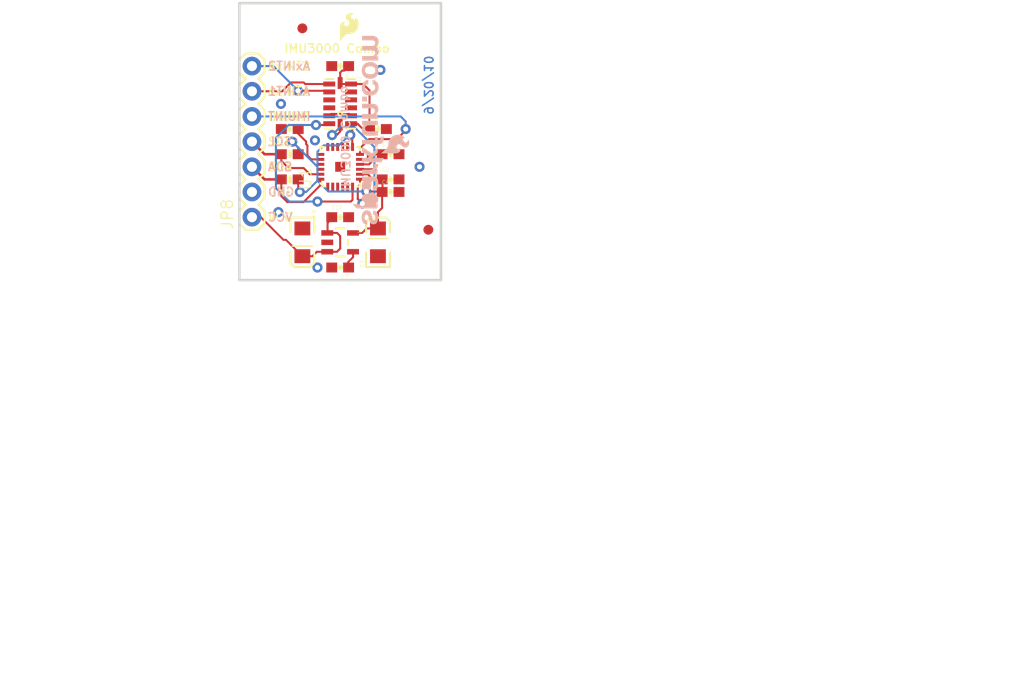
<source format=kicad_pcb>
(kicad_pcb (version 20211014) (generator pcbnew)
  (layers (0 "F.Cu" signal) (31 "B.Cu" signal) (34 "B.Paste" user) (35 "F.Paste" user) (36 "B.SilkS" user "B.Silkscreen") (37 "F.SilkS" user "F.Silkscreen") (38 "B.Mask" user) (39 "F.Mask" user) (44 "Edge.Cuts" user))
  (net 0 "")
  (net 1 "GND")
  (net 2 "N$6")
  (net 3 "VCC")
  (net 4 "VIN")
  (net 5 "SCL")
  (net 6 "SDA")
  (net 7 "IMU_INT")
  (net 8 "ACCEL_INT1")
  (net 9 "ACCEL_INT2")
  (net 10 "N$1")
  (net 11 "N$3")
  (net 12 "N$2")
  (net 13 "N$4")
  (footprint "boardEagle:0603-CAP" (layer "F.Cu") (at 152.3111 103.7336)
    (fp_text reference "C5" (at -0.889 -0.762) (layer "F.SilkS") (effects (font (size 0.373888 0.373888) (thickness 0.032512)) (justify left bottom)))
    (fp_text value "1uF")
    (pad "1" smd rect (at -0.85 0) (size 1.1 1) (layers "F.Cu" "F.Paste" "F.Mask") (net 3 "VCC"))
    (pad "2" smd rect (at 0.85 0) (size 1.1 1) (layers "F.Cu" "F.Paste" "F.Mask") (net 1 "GND"))
  )
  (footprint "boardEagle:0603-CAP" (layer "F.Cu") (at 148.5011 97.3836 180)
    (fp_text reference "C6" (at -0.889 -0.762 180) (layer "F.SilkS") (effects (font (size 0.373888 0.373888) (thickness 0.032512)) (justify right top)))
    (fp_text value "0.1uF")
    (pad "1" smd rect (at -0.85 0 180) (size 1.1 1) (layers "F.Cu" "F.Paste" "F.Mask") (net 3 "VCC"))
    (pad "2" smd rect (at 0.85 0 180) (size 1.1 1) (layers "F.Cu" "F.Paste" "F.Mask") (net 1 "GND"))
  )
  (footprint "boardEagle:0603-RES" (layer "F.Cu") (at 143.4211 106.2736)
    (fp_text reference "R2" (at -0.889 -0.762) (layer "F.SilkS") (effects (font (size 0.373888 0.373888) (thickness 0.032512)) (justify left bottom)))
    (fp_text value "4.7k")
    (pad "1" smd rect (at -0.85 0) (size 1.1 1) (layers "F.Cu" "F.Paste" "F.Mask") (net 5 "SCL"))
    (pad "2" smd rect (at 0.85 0) (size 1.1 1) (layers "F.Cu" "F.Paste" "F.Mask") (net 3 "VCC"))
  )
  (footprint "boardEagle:SOT23-5" (layer "F.Cu") (at 148.5011 115.1636 -90)
    (fp_text reference "U3" (at -0.889 -2.159 -90) (layer "F.SilkS") (effects (font (size 0.373888 0.373888) (thickness 0.032512)) (justify left bottom)))
    (fp_text value "3.3V")
    (pad "1" smd rect (at -0.95 1.3001 270) (size 0.55 1.2) (layers "F.Cu" "F.Paste" "F.Mask") (net 4 "VIN"))
    (pad "2" smd rect (at 0 1.3001 270) (size 0.55 1.2) (layers "F.Cu" "F.Paste" "F.Mask") (net 1 "GND"))
    (pad "3" smd rect (at 0.95 1.3001 270) (size 0.55 1.2) (layers "F.Cu" "F.Paste" "F.Mask") (net 4 "VIN"))
    (pad "4" smd rect (at 0.95 -1.3001 270) (size 0.55 1.2) (layers "F.Cu" "F.Paste" "F.Mask") (net 2 "N$6"))
    (pad "5" smd rect (at -0.95 -1.3001 270) (size 0.55 1.2) (layers "F.Cu" "F.Paste" "F.Mask") (net 3 "VCC"))
  )
  (footprint "boardEagle:STAND-OFF" (layer "F.Cu") (at 156.1211 116.4336)
    (fp_text reference "JP6" hide)
    (fp_text value "STAND-OFF" hide)
    (pad "" np_thru_hole circle (at 0 0) (size 3.302 3.302) (drill 3.302) (layers *.Cu *.Mask))
  )
  (footprint "boardEagle:EIA3216" (layer "F.Cu") (at 152.3111 115.1636 90)
    (fp_text reference "C9" (at -2.54 -1.381 90) (layer "F.SilkS") (effects (font (size 0.373888 0.373888) (thickness 0.032512)) (justify left bottom)))
    (fp_text value "10uF")
    (pad "A" smd rect (at 1.4 0 180) (size 1.6 1.4) (layers "F.Cu" "F.Paste" "F.Mask") (net 3 "VCC"))
    (pad "C" smd rect (at -1.4 0 180) (size 1.6 1.4) (layers "F.Cu" "F.Paste" "F.Mask") (net 1 "GND"))
  )
  (footprint "boardEagle:EIA3216" (layer "F.Cu") (at 144.6911 115.1636 -90)
    (fp_text reference "C8" (at -2.54 -1.381 -90) (layer "F.SilkS") (effects (font (size 0.373888 0.373888) (thickness 0.032512)) (justify left bottom)))
    (fp_text value "10uF")
    (pad "A" smd rect (at 1.4 0) (size 1.6 1.4) (layers "F.Cu" "F.Paste" "F.Mask") (net 4 "VIN"))
    (pad "C" smd rect (at -1.4 0) (size 1.6 1.4) (layers "F.Cu" "F.Paste" "F.Mask") (net 1 "GND"))
  )
  (footprint "boardEagle:0603-CAP" (layer "F.Cu") (at 153.5811 110.0836)
    (fp_text reference "C4" (at -0.889 -0.762) (layer "F.SilkS") (effects (font (size 0.373888 0.373888) (thickness 0.032512)) (justify left bottom)))
    (fp_text value "10nF")
    (pad "1" smd rect (at -0.85 0) (size 1.1 1) (layers "F.Cu" "F.Paste" "F.Mask") (net 3 "VCC"))
    (pad "2" smd rect (at 0.85 0) (size 1.1 1) (layers "F.Cu" "F.Paste" "F.Mask") (net 1 "GND"))
  )
  (footprint "boardEagle:0603-CAP" (layer "F.Cu") (at 153.5811 106.2736)
    (fp_text reference "C1" (at -0.889 -0.762) (layer "F.SilkS") (effects (font (size 0.373888 0.373888) (thickness 0.032512)) (justify left bottom)))
    (fp_text value "0.1uF")
    (pad "1" smd rect (at -0.85 0) (size 1.1 1) (layers "F.Cu" "F.Paste" "F.Mask") (net 13 "N$4"))
    (pad "2" smd rect (at 0.85 0) (size 1.1 1) (layers "F.Cu" "F.Paste" "F.Mask") (net 1 "GND"))
  )
  (footprint "boardEagle:SFE-LOGO-FLAME" (layer "F.Cu") (at 148.5011 94.8436)
    (fp_text reference "JP9" hide)
    (fp_text value "LOGO-SFESK" hide)
  )
  (footprint "boardEagle:0603-CAP" (layer "F.Cu") (at 143.4211 103.7336 180)
    (fp_text reference "C3" (at -0.889 -0.762 180) (layer "F.SilkS") (effects (font (size 0.373888 0.373888) (thickness 0.032512)) (justify right top)))
    (fp_text value "2.2nF")
    (pad "1" smd rect (at -0.85 0 180) (size 1.1 1) (layers "F.Cu" "F.Paste" "F.Mask") (net 12 "N$2"))
    (pad "2" smd rect (at 0.85 0 180) (size 1.1 1) (layers "F.Cu" "F.Paste" "F.Mask") (net 1 "GND"))
  )
  (footprint "boardEagle:0603-CAP" (layer "F.Cu") (at 153.5811 108.8136)
    (fp_text reference "C2" (at -0.889 -0.762) (layer "F.SilkS") (effects (font (size 0.373888 0.373888) (thickness 0.032512)) (justify left bottom)))
    (fp_text value "0.1uF")
    (pad "1" smd rect (at -0.85 0) (size 1.1 1) (layers "F.Cu" "F.Paste" "F.Mask") (net 3 "VCC"))
    (pad "2" smd rect (at 0.85 0) (size 1.1 1) (layers "F.Cu" "F.Paste" "F.Mask") (net 1 "GND"))
  )
  (footprint "boardEagle:0603-CAP" (layer "F.Cu") (at 148.5011 112.6236)
    (fp_text reference "C10" (at -0.889 -0.762) (layer "F.SilkS") (effects (font (size 0.373888 0.373888) (thickness 0.032512)) (justify left bottom)))
    (fp_text value "0.1uF")
    (pad "1" smd rect (at -0.85 0) (size 1.1 1) (layers "F.Cu" "F.Paste" "F.Mask") (net 4 "VIN"))
    (pad "2" smd rect (at 0.85 0) (size 1.1 1) (layers "F.Cu" "F.Paste" "F.Mask") (net 1 "GND"))
  )
  (footprint "boardEagle:CREATIVE_COMMONS" (layer "F.Cu") (at 134.5311 158.3436)
    (fp_text reference "U$1" hide)
    (fp_text value "CREATIVE_COMMONS" hide)
  )
  (footprint "boardEagle:FIDUCIAL-1X2" (layer "F.Cu") (at 144.6911 93.5736)
    (fp_text reference "JP3" hide)
    (fp_text value "FIDUCIAL1X2" hide)
    (pad "1" smd roundrect (at 0 0) (size 1 1) (layers "F.Cu" "F.Mask") (roundrect_rratio 0.5))
  )
  (footprint "boardEagle:0603-CAP" (layer "F.Cu") (at 148.5011 117.7036 180)
    (fp_text reference "C7" (at -0.889 -0.762 180) (layer "F.SilkS") (effects (font (size 0.373888 0.373888) (thickness 0.032512)) (justify right top)))
    (fp_text value "470pF")
    (pad "1" smd rect (at -0.85 0 180) (size 1.1 1) (layers "F.Cu" "F.Paste" "F.Mask") (net 2 "N$6"))
    (pad "2" smd rect (at 0.85 0 180) (size 1.1 1) (layers "F.Cu" "F.Paste" "F.Mask") (net 1 "GND"))
  )
  (footprint "boardEagle:LGA14" (layer "F.Cu") (at 148.5011 101.1936 -90)
    (fp_text reference "U2" (at -2.032 -2.159 -90) (layer "F.SilkS") (effects (font (size 0.373888 0.373888) (thickness 0.032512)) (justify left bottom)))
    (fp_text value "ADXL345")
    (pad "1" smd rect (at 2 -1.1 270) (size 0.5 1.2) (layers "F.Cu" "F.Paste" "F.Mask") (net 3 "VCC"))
    (pad "2" smd rect (at 1.2 -1.1 90) (size 0.5 1.2) (layers "F.Cu" "F.Paste" "F.Mask") (net 1 "GND"))
    (pad "3" smd rect (at 0.4 -1.1 90) (size 0.5 1.2) (layers "F.Cu" "F.Paste" "F.Mask"))
    (pad "4" smd rect (at -0.4 -1.1 90) (size 0.5 1.2) (layers "F.Cu" "F.Paste" "F.Mask") (net 1 "GND"))
    (pad "5" smd rect (at -1.2 -1.1 90) (size 0.5 1.2) (layers "F.Cu" "F.Paste" "F.Mask") (net 1 "GND"))
    (pad "6" smd rect (at -2 -1.1 90) (size 0.5 1.2) (layers "F.Cu" "F.Paste" "F.Mask") (net 3 "VCC"))
    (pad "7" smd rect (at -2.1 0 180) (size 0.5 1.2) (layers "F.Cu" "F.Paste" "F.Mask") (net 3 "VCC"))
    (pad "8" smd rect (at -2 1.1 90) (size 0.5 1.2) (layers "F.Cu" "F.Paste" "F.Mask") (net 8 "ACCEL_INT1"))
    (pad "9" smd rect (at -1.2 1.1 90) (size 0.5 1.2) (layers "F.Cu" "F.Paste" "F.Mask") (net 9 "ACCEL_INT2"))
    (pad "10" smd rect (at -0.4 1.1 270) (size 0.5 1.2) (layers "F.Cu" "F.Paste" "F.Mask"))
    (pad "11" smd rect (at 0.4 1.1 270) (size 0.5 1.2) (layers "F.Cu" "F.Paste" "F.Mask"))
    (pad "12" smd rect (at 1.2 1.1 270) (size 0.5 1.2) (layers "F.Cu" "F.Paste" "F.Mask") (net 1 "GND"))
    (pad "13" smd rect (at 2 1.1 270) (size 0.5 1.2) (layers "F.Cu" "F.Paste" "F.Mask") (net 10 "N$1"))
    (pad "14" smd rect (at 2.1 0) (size 0.5 1.2) (layers "F.Cu" "F.Paste" "F.Mask") (net 11 "N$3"))
  )
  (footprint "boardEagle:QFN-24" (layer "F.Cu") (at 148.5011 107.5436 90)
    (fp_text reference "U1" (at -2.45 -2.8 90) (layer "F.SilkS") (effects (font (size 1.1684 1.1684) (thickness 0.1016)) (justify left bottom)))
    (fp_text value "IMU3000")
    (fp_poly (pts (xy -0.5 0.5) (xy 0.5 0.5) (xy 0.5 -0.5) (xy -0.5 -0.5)) (layer "F.Cu") (width 0) (fill solid))
    (pad "1" smd rect (at -2 -1.25 270) (size 0.8 0.3) (layers "F.Cu" "F.Paste" "F.Mask"))
    (pad "2" smd rect (at -2 -0.75 270) (size 0.8 0.3) (layers "F.Cu" "F.Paste" "F.Mask"))
    (pad "3" smd rect (at -2 -0.25 270) (size 0.8 0.3) (layers "F.Cu" "F.Paste" "F.Mask"))
    (pad "4" smd rect (at -2 0.25 270) (size 0.8 0.3) (layers "F.Cu" "F.Paste" "F.Mask"))
    (pad "5" smd rect (at -2 0.75 270) (size 0.8 0.3) (layers "F.Cu" "F.Paste" "F.Mask"))
    (pad "6" smd rect (at -2 1.25 270) (size 0.8 0.3) (layers "F.Cu" "F.Paste" "F.Mask") (net 10 "N$1"))
    (pad "7" smd rect (at -1.25 2 180) (size 0.8 0.3) (layers "F.Cu" "F.Paste" "F.Mask") (net 11 "N$3"))
    (pad "8" smd rect (at -0.75 2 180) (size 0.8 0.3) (layers "F.Cu" "F.Paste" "F.Mask") (net 3 "VCC"))
    (pad "9" smd rect (at -0.25 2 180) (size 0.8 0.3) (layers "F.Cu" "F.Paste" "F.Mask") (net 1 "GND"))
    (pad "10" smd rect (at 0.25 2 180) (size 0.8 0.3) (layers "F.Cu" "F.Paste" "F.Mask") (net 13 "N$4"))
    (pad "11" smd rect (at 0.75 2 180) (size 0.8 0.3) (layers "F.Cu" "F.Paste" "F.Mask") (net 1 "GND"))
    (pad "12" smd rect (at 1.25 2 180) (size 0.8 0.3) (layers "F.Cu" "F.Paste" "F.Mask") (net 7 "IMU_INT"))
    (pad "13" smd rect (at 2 1.25 90) (size 0.8 0.3) (layers "F.Cu" "F.Paste" "F.Mask") (net 3 "VCC"))
    (pad "14" smd rect (at 2 0.75 90) (size 0.8 0.3) (layers "F.Cu" "F.Paste" "F.Mask"))
    (pad "15" smd rect (at 2 0.25 90) (size 0.8 0.3) (layers "F.Cu" "F.Paste" "F.Mask"))
    (pad "16" smd rect (at 2 -0.25 90) (size 0.8 0.3) (layers "F.Cu" "F.Paste" "F.Mask"))
    (pad "17" smd rect (at 2 -0.75 90) (size 0.8 0.3) (layers "F.Cu" "F.Paste" "F.Mask"))
    (pad "18" smd rect (at 2 -1.25 90) (size 0.8 0.3) (layers "F.Cu" "F.Paste" "F.Mask") (net 1 "GND"))
    (pad "19" smd rect (at 1.25 -2) (size 0.8 0.3) (layers "F.Cu" "F.Paste" "F.Mask"))
    (pad "20" smd rect (at 0.75 -2) (size 0.8 0.3) (layers "F.Cu" "F.Paste" "F.Mask") (net 12 "N$2"))
    (pad "21" smd rect (at 0.25 -2) (size 0.8 0.3) (layers "F.Cu" "F.Paste" "F.Mask"))
    (pad "22" smd rect (at -0.25 -2) (size 0.8 0.3) (layers "F.Cu" "F.Paste" "F.Mask"))
    (pad "23" smd rect (at -0.75 -2) (size 0.8 0.3) (layers "F.Cu" "F.Paste" "F.Mask") (net 5 "SCL"))
    (pad "24" smd rect (at -1.25 -2) (size 0.8 0.3) (layers "F.Cu" "F.Paste" "F.Mask") (net 6 "SDA"))
  )
  (footprint "boardEagle:0603-RES" (layer "F.Cu") (at 143.4211 108.8136)
    (fp_text reference "R1" (at -0.889 -0.762) (layer "F.SilkS") (effects (font (size 0.373888 0.373888) (thickness 0.032512)) (justify left bottom)))
    (fp_text value "4.7k")
    (pad "1" smd rect (at -0.85 0) (size 1.1 1) (layers "F.Cu" "F.Paste" "F.Mask") (net 6 "SDA"))
    (pad "2" smd rect (at 0.85 0) (size 1.1 1) (layers "F.Cu" "F.Paste" "F.Mask") (net 3 "VCC"))
  )
  (footprint "boardEagle:1X07" (layer "F.Cu") (at 139.6111 112.6236 90)
    (fp_text reference "JP8" (at -1.3462 -1.8288 90) (layer "F.SilkS") (effects (font (size 1.143 1.143) (thickness 0.127)) (justify left bottom)))
    (fp_text value "")
    (pad "1" thru_hole circle (at 0 0 180) (size 1.8796 1.8796) (drill 1.016) (layers *.Cu *.Mask) (net 4 "VIN"))
    (pad "2" thru_hole circle (at 2.54 0 180) (size 1.8796 1.8796) (drill 1.016) (layers *.Cu *.Mask) (net 1 "GND"))
    (pad "3" thru_hole circle (at 5.08 0 180) (size 1.8796 1.8796) (drill 1.016) (layers *.Cu *.Mask) (net 6 "SDA"))
    (pad "4" thru_hole circle (at 7.62 0 180) (size 1.8796 1.8796) (drill 1.016) (layers *.Cu *.Mask) (net 5 "SCL"))
    (pad "5" thru_hole circle (at 10.16 0 180) (size 1.8796 1.8796) (drill 1.016) (layers *.Cu *.Mask) (net 7 "IMU_INT"))
    (pad "6" thru_hole circle (at 12.7 0 180) (size 1.8796 1.8796) (drill 1.016) (layers *.Cu *.Mask) (net 8 "ACCEL_INT1"))
    (pad "7" thru_hole circle (at 15.24 0 180) (size 1.8796 1.8796) (drill 1.016) (layers *.Cu *.Mask) (net 9 "ACCEL_INT2"))
  )
  (footprint "boardEagle:STAND-OFF" (layer "F.Cu") (at 140.8811 93.5736)
    (fp_text reference "JP5" hide)
    (fp_text value "STAND-OFF" hide)
    (pad "" np_thru_hole circle (at 0 0) (size 3.302 3.302) (drill 3.302) (layers *.Cu *.Mask))
  )
  (footprint "boardEagle:STAND-OFF" (layer "F.Cu") (at 140.8811 116.4336)
    (fp_text reference "JP4" hide)
    (fp_text value "STAND-OFF" hide)
    (pad "" np_thru_hole circle (at 0 0) (size 3.302 3.302) (drill 3.302) (layers *.Cu *.Mask))
  )
  (footprint "boardEagle:FIDUCIAL-1X2" (layer "F.Cu") (at 157.3911 113.8936)
    (fp_text reference "JP2" hide)
    (fp_text value "FIDUCIAL1X2" hide)
    (pad "1" smd roundrect (at 0 0) (size 1 1) (layers "F.Cu" "F.Mask") (roundrect_rratio 0.5))
  )
  (footprint "boardEagle:STAND-OFF" (layer "F.Cu") (at 156.1211 93.5736)
    (fp_text reference "JP7" hide)
    (fp_text value "STAND-OFF" hide)
    (pad "" np_thru_hole circle (at 0 0) (size 3.302 3.302) (drill 3.302) (layers *.Cu *.Mask))
  )
  (footprint "boardEagle:SFE-NEW-WEBLOGO" (layer "B.Cu") (at 149.7711 113.3856 90)
    (fp_text reference "JP1" hide)
    (fp_text value "LOGO-SFENEW" hide)
  )
  (gr_line (start 138.3411 91.0336) (end 158.6611 91.0336) (layer "Edge.Cuts") (width 0.254))
  (gr_line (start 158.6611 91.0336) (end 158.6611 118.9736) (layer "Edge.Cuts") (width 0.254))
  (gr_line (start 138.3411 118.9736) (end 138.3411 91.0336) (layer "Edge.Cuts") (width 0.254))
  (gr_line (start 158.6611 118.9736) (end 138.3411 118.9736) (layer "Edge.Cuts") (width 0.254))
  (gr_text "9/20/10" (at 157.8991 96.2406 -90) (layer "B.Cu") (effects (font (size 0.8636 0.8636) (thickness 0.1524)) (justify right top mirror)))
  (gr_text "SDA" (at 141.1351 107.0356) (layer "B.SilkS") (effects (font (size 0.8636 0.8636) (thickness 0.1524)) (justify right top mirror)))
  (gr_text "AxINT2" (at 141.1351 96.8756) (layer "B.SilkS") (effects (font (size 0.8636 0.8636) (thickness 0.1524)) (justify right top mirror)))
  (gr_text "IMUINT" (at 141.1351 101.9556) (layer "B.SilkS") (effects (font (size 0.8636 0.8636) (thickness 0.1524)) (justify right top mirror)))
  (gr_text "IMU3000 Combo" (at 148.5011 110.0836 -90) (layer "B.SilkS") (effects (font (size 0.8636 0.8636) (thickness 0.1524)) (justify left bottom mirror)))
  (gr_text "VCC" (at 141.1351 112.1156) (layer "B.SilkS") (effects (font (size 0.8636 0.8636) (thickness 0.1524)) (justify right top mirror)))
  (gr_text "GND" (at 141.1351 109.5756) (layer "B.SilkS") (effects (font (size 0.8636 0.8636) (thickness 0.1524)) (justify right top mirror)))
  (gr_text "AxINT1" (at 141.1351 99.4156) (layer "B.SilkS") (effects (font (size 0.8636 0.8636) (thickness 0.1524)) (justify right top mirror)))
  (gr_text "SCL" (at 141.1351 104.4956) (layer "B.SilkS") (effects (font (size 0.8636 0.8636) (thickness 0.1524)) (justify right top mirror)))
  (gr_text "SDA" (at 141.1351 108.0516) (layer "F.SilkS") (effects (font (size 0.8636 0.8636) (thickness 0.1524)) (justify left bottom)))
  (gr_text "AxINT2" (at 141.1351 97.8916) (layer "F.SilkS") (effects (font (size 0.8636 0.8636) (thickness 0.1524)) (justify left bottom)))
  (gr_text "VCC" (at 141.1351 113.1316) (layer "F.SilkS") (effects (font (size 0.8636 0.8636) (thickness 0.1524)) (justify left bottom)))
  (gr_text "AxINT1" (at 141.1351 100.4316) (layer "F.SilkS") (effects (font (size 0.8636 0.8636) (thickness 0.1524)) (justify left bottom)))
  (gr_text "IMU3000 Combo" (at 142.7861 96.1136) (layer "F.SilkS") (effects (font (size 0.8636 0.8636) (thickness 0.1524)) (justify left bottom)))
  (gr_text "SCL" (at 141.1351 105.5116) (layer "F.SilkS") (effects (font (size 0.8636 0.8636) (thickness 0.1524)) (justify left bottom)))
  (gr_text "IMUINT" (at 141.1351 102.9716) (layer "F.SilkS") (effects (font (size 0.8636 0.8636) (thickness 0.1524)) (justify left bottom)))
  (gr_text "GND" (at 141.1351 110.5916) (layer "F.SilkS") (effects (font (size 0.8636 0.8636) (thickness 0.1524)) (justify left bottom)))
  (segment (start 152.0531 107.7936) (end 152.0571 107.7976) (width 0.2032) (layer "F.Cu") (net 1))
  (segment (start 151.1561 106.7936) (end 151.2951 106.6546) (width 0.2032) (layer "F.Cu") (net 1))
  (segment (start 148.5011 102.2096) (end 148.6281 102.2096) (width 0.2032) (layer "F.Cu") (net 1))
  (segment (start 148.6281 102.2096) (end 149.4171 102.2096) (width 0.2032) (layer "F.Cu") (net 1))
  (segment (start 151.2951 106.2736) (end 151.4221 106.1466) (width 0.2032) (layer "F.Cu") (net 1))
  (segment (start 147.4011 102.3936) (end 147.5851 102.2096) (width 0.2032) (layer "F.Cu") (net 1))
  (segment (start 149.4171 102.2096) (end 149.6011 102.3936) (width 0.2032) (layer "F.Cu") (net 1))
  (segment (start 151.2951 106.6546) (end 151.2951 106.2736) (width 0.2032) (layer "F.Cu") (net 1))
  (segment (start 147.5851 102.2096) (end 148.5011 102.2096) (width 0.2032) (layer "F.Cu") (net 1))
  (segment (start 150.5011 106.7936) (end 151.1561 106.7936) (width 0.2032) (layer "F.Cu") (net 1))
  (segment (start 150.5011 107.7936) (end 152.0531 107.7936) (width 0.2032) (layer "F.Cu") (net 1))
  (via (at 145.9611 104.8766) (size 1.016) (drill 0.508) (layers "F.Cu" "B.Cu") (net 1))
  (via (at 156.5021 107.5436) (size 1.016) (drill 0.508) (layers "F.Cu" "B.Cu") (net 1))
  (via (at 142.2781 112.1156) (size 1.016) (drill 0.508) (layers "F.Cu" "B.Cu") (net 1))
  (via (at 142.5321 101.1936) (size 1.016) (drill 0.508) (layers "F.Cu" "B.Cu") (net 1))
  (via (at 146.2151 117.7036) (size 1.016) (drill 0.508) (layers "F.Cu" "B.Cu") (net 1))
  (via (at 152.5651 97.7646) (size 1.016) (drill 0.508) (layers "F.Cu" "B.Cu") (net 1))
  (segment (start 149.3139 117.348) (end 149.3139 117.1448) (width 0.2032) (layer "F.Cu") (net 2))
  (segment (start 149.7711 116.6876) (end 149.8012 116.6575) (width 0.2032) (layer "F.Cu") (net 2))
  (segment (start 149.3139 117.1448) (end 149.7711 116.6876) (width 0.2032) (layer "F.Cu") (net 2))
  (segment (start 149.8012 116.6575) (end 149.8012 116.1136) (width 0.2032) (layer "F.Cu") (net 2))
  (segment (start 149.3511 117.7036) (end 149.3139 117.348) (width 0.2032) (layer "F.Cu") (net 2))
  (segment (start 148.9075 97.8408) (end 149.3511 97.3836) (width 0.2032) (layer "F.Cu") (net 3))
  (segment (start 152.6921 108.8136) (end 151.8031 108.8136) (width 0.2032) (layer "F.Cu") (net 3))
  (segment (start 148.7043 97.8408) (end 148.9075 97.8408) (width 0.2032) (layer "F.Cu") (net 3))
  (segment (start 149.5171 104.3432) (end 149.7203 104.3432) (width 0.2032) (layer "F.Cu") (net 3))
  (segment (start 152.7683 109.6264) (end 152.7683 109.22) (width 0.2032) (layer "F.Cu") (net 3))
  (segment (start 152.7311 108.8136) (end 152.6921 108.8136) (width 0.2032) (layer "F.Cu") (net 3))
  (segment (start 151.2951 99.6696) (end 151.1681 99.5426) (width 0.2032) (layer "F.Cu") (net 3))
  (segment (start 150.7211 114.2136) (end 151.0411 113.8936) (width 0.2032) (layer "F.Cu") (net 3))
  (segment (start 150.7871 103.7336) (end 151.4611 103.7336) (width 0.2032) (layer "F.Cu") (net 3))
  (segment (start 149.7203 104.3432) (end 149.7203 103.5304) (width 0.2032) (layer "F.Cu") (net 3))
  (segment (start 150.2471 103.1936) (end 150.4061 103.3526) (width 0.2032) (layer "F.Cu") (net 3))
  (segment (start 152.7311 110.0836) (end 152.3619 110.0328) (width 0.2032) (layer "F.Cu") (net 3))
  (segment (start 151.8031 108.8136) (end 151.2831 108.2936) (width 0.2032) (layer "F.Cu") (net 3))
  (segment (start 149.7203 103.5304) (end 149.7203 103.3272) (width 0.2032) (layer "F.Cu") (net 3))
  (segment (start 149.6011 99.1936) (end 148.5331 99.1936) (width 0.2032) (layer "F.Cu") (net 3))
  (segment (start 152.3111 112.1156) (end 152.7311 111.6956) (width 0.2032) (layer "F.Cu") (net 3))
  (segment (start 149.6011 103.1936) (end 150.2471 103.1936) (width 0.2032) (layer "F.Cu") (net 3))
  (segment (start 148.5011 99.1616) (end 148.5011 99.0936) (width 0.2032) (layer "F.Cu") (net 3))
  (segment (start 143.6751 105.0036) (end 144.2711 105.5996) (width 0.2032) (layer "F.Cu") (net 3))
  (segment (start 151.4611 99.8356) (end 151.2951 99.6696) (width 0.2032) (layer "F.Cu") (net 3))
  (segment (start 148.5011 99.0936) (end 148.5011 98.6536) (width 0.2032) (layer "F.Cu") (net 3))
  (segment (start 144.2711 105.5996) (end 144.2711 106.2736) (width 0.2032) (layer "F.Cu") (net 3))
  (segment (start 152.3111 113.7636) (end 152.3111 112.2426) (width 0.2032) (layer "F.Cu") (net 3))
  (segment (start 151.2831 108.2936) (end 150.5011 108.2936) (width 0.2032) (layer "F.Cu") (net 3))
  (segment (start 150.8191 99.1936) (end 149.6011 99.1936) (width 0.2032) (layer "F.Cu") (net 3))
  (segment (start 148.5011 98.044) (end 148.7043 97.8408) (width 0.2032) (layer "F.Cu") (net 3))
  (segment (start 148.5331 99.1936) (end 148.5011 99.1616) (width 0.2032) (layer "F.Cu") (net 3))
  (segment (start 149.7203 104.3432) (end 149.7203 105.156) (width 0.2032) (layer "F.Cu") (net 3))
  (segment (start 152.3111 112.2426) (end 152.3111 112.1156) (width 0.2032) (layer "F.Cu") (net 3))
  (segment (start 151.1711 113.7636) (end 152.3111 113.7636) (width 0.2032) (layer "F.Cu") (net 3))
  (segment (start 149.7203 103.3272) (end 149.6011 103.1936) (width 0.2032) (layer "F.Cu") (net 3))
  (segment (start 144.2711 109.9176) (end 144.2711 108.8136) (width 0.2032) (layer "F.Cu") (net 3))
  (segment (start 144.4371 110.0836) (end 144.2711 109.9176) (width 0.2032) (layer "F.Cu") (net 3))
  (segment (start 149.7203 105.156) (end 149.7511 105.5436) (width 0.2032) (layer "F.Cu") (net 3))
  (segment (start 148.5011 98.6536) (end 148.5011 98.044) (width 0.2032) (layer "F.Cu") (net 3))
  (segment (start 152.7683 109.22) (end 152.7311 108.8136) (width 0.2032) (layer "F.Cu") (net 3))
  (segment (start 151.4611 103.7336) (end 151.4611 99.8356) (width 0.2032) (layer "F.Cu") (net 3))
  (segment (start 152.3619 110.0328) (end 151.1427 110.0328) (width 0.2032) (layer "F.Cu") (net 3))
  (segment (start 151.0411 113.8936) (end 151.1711 113.7636) (width 0.2032) (layer "F.Cu") (net 3))
  (segment (start 151.1681 99.5426) (end 150.8191 99.1936) (width 0.2032) (layer "F.Cu") (net 3))
  (segment (start 152.7311 111.6956) (end 152.7311 110.0836) (width 0.2032) (layer "F.Cu") (net 3))
  (segment (start 152.7311 110.0836) (end 152.7683 109.6264) (width 0.2032) (layer "F.Cu") (net 3))
  (segment (start 149.8012 114.2136) (end 150.7211 114.2136) (width 0.2032) (layer "F.Cu") (net 3))
  (segment (start 150.4061 103.3526) (end 150.7871 103.7336) (width 0.2032) (layer "F.Cu") (net 3))
  (via (at 151.1427 110.0328) (size 1.016) (drill 0.508) (layers "F.Cu" "B.Cu") (net 3))
  (via (at 149.5171 104.3432) (size 1.016) (drill 0.508) (layers "F.Cu" "B.Cu") (net 3))
  (via (at 143.6751 105.0036) (size 1.016) (drill 0.508) (layers "F.Cu" "B.Cu") (net 3))
  (via (at 144.4371 110.0836) (size 1.016) (drill 0.508) (layers "F.Cu" "B.Cu") (net 3))
  (segment (start 147.3073 110.0328) (end 146.4691 109.1946) (width 0.2032) (layer "B.Cu") (net 3))
  (segment (start 146.4691 109.1946) (end 146.3421 109.0676) (width 0.2032) (layer "B.Cu") (net 3))
  (segment (start 149.4155 104.3432) (end 149.5171 104.3432) (width 0.2032) (layer "B.Cu") (net 3))
  (segment (start 146.2151 106.0196) (end 146.2659 105.9688) (width 0.2032) (layer "B.Cu") (net 3))
  (segment (start 146.2151 107.5436) (end 146.2151 106.0196) (width 0.2032) (layer "B.Cu") (net 3))
  (segment (start 146.3421 109.0676) (end 146.2151 108.9406) (width 0.2032) (layer "B.Cu") (net 3))
  (segment (start 146.2659 105.9688) (end 146.8501 105.3846) (width 0.2032) (layer "B.Cu") (net 3))
  (segment (start 146.8501 105.3846) (end 148.3741 105.3846) (width 0.2032) (layer "B.Cu") (net 3))
  (segment (start 146.2151 108.9406) (end 145.0721 110.0836) (width 0.2032) (layer "B.Cu") (net 3))
  (segment (start 145.0721 110.0836) (end 144.4371 110.0836) (width 0.2032) (layer "B.Cu") (net 3))
  (segment (start 148.3741 105.3846) (end 149.3901 104.3686) (width 0.2032) (layer "B.Cu") (net 3))
  (segment (start 149.3901 104.3686) (end 149.4155 104.3432) (width 0.2032) (layer "B.Cu") (net 3))
  (segment (start 144.0561 105.3846) (end 143.6751 105.0036) (width 0.2032) (layer "B.Cu") (net 3))
  (segment (start 151.1427 110.0328) (end 147.3073 110.0328) (width 0.2032) (layer "B.Cu") (net 3))
  (segment (start 146.2151 108.9406) (end 146.2151 107.5436) (width 0.2032) (layer "B.Cu") (net 3))
  (segment (start 146.2151 107.5436) (end 144.0561 105.3846) (width 0.2032) (layer "B.Cu") (net 3))
  (segment (start 147.201 116.1136) (end 148.1861 116.1136) (width 0.2032) (layer "F.Cu") (net 4))
  (segment (start 148.5011 114.6556) (end 148.5011 114.5286) (width 0.2032) (layer "F.Cu") (net 4))
  (segment (start 140.5001 112.6236) (end 139.6111 112.6236) (width 0.2032) (layer "F.Cu") (net 4))
  (segment (start 146.1541 116.1136) (end 147.201 116.1136) (width 0.2032) (layer "F.Cu") (net 4))
  (segment (start 144.6911 116.5636) (end 145.7041 116.5636) (width 0.2032) (layer "F.Cu") (net 4))
  (segment (start 147.2311 113.7666) (end 147.2311 113.6396) (width 0.2032) (layer "F.Cu") (net 4))
  (segment (start 143.0371 114.9096) (end 142.7861 114.9096) (width 0.2032) (layer "F.Cu") (net 4))
  (segment (start 148.1861 116.1136) (end 148.5011 115.7986) (width 0.2032) (layer "F.Cu") (net 4))
  (segment (start 148.5011 114.5286) (end 148.1861 114.2136) (width 0.2032) (layer "F.Cu") (net 4))
  (segment (start 147.2311 113.2436) (end 147.6511 112.6236) (width 0.2032) (layer "F.Cu") (net 4))
  (segment (start 144.6911 116.5636) (end 143.0371 114.9096) (width 0.2032) (layer "F.Cu") (net 4))
  (segment (start 147.201 114.2136) (end 147.2311 114.1835) (width 0.254) (layer "F.Cu") (net 4))
  (segment (start 148.5011 115.7986) (end 148.5011 114.6556) (width 0.2032) (layer "F.Cu") (net 4))
  (segment (start 145.7041 116.5636) (end 146.0881 116.1796) (width 0.2032) (layer "F.Cu") (net 4))
  (segment (start 146.0881 116.1796) (end 146.1541 116.1136) (width 0.2032) (layer "F.Cu") (net 4))
  (segment (start 147.2311 114.1835) (end 147.2311 113.7666) (width 0.2032) (layer "F.Cu") (net 4))
  (segment (start 148.1861 114.2136) (end 147.201 114.2136) (width 0.2032) (layer "F.Cu") (net 4))
  (segment (start 142.7861 114.9096) (end 140.5001 112.6236) (width 0.2032) (layer "F.Cu") (net 4))
  (segment (start 147.2311 113.6396) (end 147.2311 113.2436) (width 0.2032) (layer "F.Cu") (net 4))
  (segment (start 145.1991 108.0516) (end 145.4411 108.2936) (width 0.2032) (layer "F.Cu") (net 5))
  (segment (start 144.8181 107.6706) (end 145.0721 107.9246) (width 0.2032) (layer "F.Cu") (net 5))
  (segment (start 143.2941 107.6706) (end 144.8181 107.6706) (width 0.2032) (layer "F.Cu") (net 5))
  (segment (start 141.5161 106.2736) (end 142.5711 106.2736) (width 0.254) (layer "F.Cu") (net 5))
  (segment (start 141.3891 106.2736) (end 141.5161 106.2736) (width 0.254) (layer "F.Cu") (net 5))
  (segment (start 145.4411 108.2936) (end 146.5011 108.2936) (width 0.2032) (layer "F.Cu") (net 5))
  (segment (start 142.5711 106.9476) (end 143.2941 107.6706) (width 0.2032) (layer "F.Cu") (net 5))
  (segment (start 139.6111 105.0036) (end 140.8811 106.2736) (width 0.254) (layer "F.Cu") (net 5))
  (segment (start 142.5711 106.2736) (end 142.5711 106.9476) (width 0.2032) (layer "F.Cu") (net 5))
  (segment (start 145.0721 107.9246) (end 145.1991 108.0516) (width 0.2032) (layer "F.Cu") (net 5))
  (segment (start 140.8811 106.2736) (end 141.3891 106.2736) (width 0.254) (layer "F.Cu") (net 5))
  (segment (start 144.6911 111.0996) (end 144.8181 111.0996) (width 0.2032) (layer "F.Cu") (net 6))
  (segment (start 140.8811 108.8136) (end 141.3891 108.8136) (width 0.254) (layer "F.Cu") (net 6))
  (segment (start 146.5011 109.4166) (end 146.5011 108.7936) (width 0.2032) (layer "F.Cu") (net 6))
  (segment (start 141.3891 108.8136) (end 142.5711 108.8136) (width 0.254) (layer "F.Cu") (net 6))
  (segment (start 144.8181 111.0996) (end 146.4691 109.4486) (width 0.2032) (layer "F.Cu") (net 6))
  (segment (start 139.6111 107.5436) (end 140.8811 108.8136) (width 0.254) (layer "F.Cu") (net 6))
  (segment (start 146.4691 109.4486) (end 146.5011 109.4166) (width 0.2032) (layer "F.Cu") (net 6))
  (segment (start 142.5711 110.5036) (end 143.1671 111.0996) (width 0.2032) (layer "F.Cu") (net 6))
  (segment (start 142.5711 108.8136) (end 142.5711 110.5036) (width 0.2032) (layer "F.Cu") (net 6))
  (segment (start 143.1671 111.0996) (end 144.6911 111.0996) (width 0.2032) (layer "F.Cu") (net 6))
  (segment (start 150.5011 105.6706) (end 150.5011 106.2936) (width 0.2032) (layer "F.Cu") (net 7))
  (segment (start 154.2161 104.7496) (end 151.4221 104.7496) (width 0.2032) (layer "F.Cu") (net 7))
  (segment (start 151.4221 104.7496) (end 151.0411 105.1306) (width 0.2032) (layer "F.Cu") (net 7))
  (segment (start 155.1051 103.7336) (end 155.1051 103.8606) (width 0.2032) (layer "F.Cu") (net 7))
  (segment (start 151.0411 105.1306) (end 150.5011 105.6706) (width 0.2032) (layer "F.Cu") (net 7))
  (segment (start 155.1051 103.8606) (end 154.2161 104.7496) (width 0.2032) (layer "F.Cu") (net 7))
  (via (at 155.1051 103.7336) (size 1.016) (drill 0.508) (layers "F.Cu" "B.Cu") (net 7))
  (segment (start 155.1051 102.9716) (end 155.1051 103.7336) (width 0.2032) (layer "B.Cu") (net 7))
  (segment (start 154.5971 102.4636) (end 154.7241 102.5906) (width 0.2032) (layer "B.Cu") (net 7))
  (segment (start 139.6111 102.4636) (end 154.5971 102.4636) (width 0.2032) (layer "B.Cu") (net 7))
  (segment (start 154.7241 102.5906) (end 155.1051 102.9716) (width 0.2032) (layer "B.Cu") (net 7))
  (segment (start 143.6751 99.0346) (end 144.8181 99.0346) (width 0.2032) (layer "F.Cu") (net 8))
  (segment (start 139.6111 99.9236) (end 142.6591 99.9236) (width 0.2032) (layer "F.Cu") (net 8))
  (segment (start 144.8181 99.0346) (end 144.9771 99.1936) (width 0.2032) (layer "F.Cu") (net 8))
  (segment (start 143.5481 99.0346) (end 143.6751 99.0346) (width 0.2032) (layer "F.Cu") (net 8))
  (segment (start 142.6591 99.9236) (end 143.5481 99.0346) (width 0.2032) (layer "F.Cu") (net 8))
  (segment (start 144.9771 99.1936) (end 147.4011 99.1936) (width 0.2032) (layer "F.Cu") (net 8))
  (segment (start 146.8755 99.8728) (end 147.4011 99.9936) (width 0.2032) (layer "F.Cu") (net 9))
  (segment (start 144.2339 99.8728) (end 146.8755 99.8728) (width 0.2032) (layer "F.Cu") (net 9))
  (via (at 144.2339 99.8728) (size 1.016) (drill 0.508) (layers "F.Cu" "B.Cu") (net 9))
  (segment (start 139.6111 97.3836) (end 141.7701 97.3836) (width 0.2032) (layer "B.Cu") (net 9))
  (segment (start 144.1831 99.7966) (end 144.2339 99.8474) (width 0.2032) (layer "B.Cu") (net 9))
  (segment (start 141.7701 97.3836) (end 144.1831 99.7966) (width 0.2032) (layer "B.Cu") (net 9))
  (segment (start 144.2339 99.8474) (end 144.2339 99.8728) (width 0.2032) (layer "B.Cu") (net 9))
  (segment (start 146.0627 103.3272) (end 146.8755 103.3272) (width 0.2032) (layer "F.Cu") (net 10))
  (segment (start 149.7511 110.8656) (end 149.7511 109.5436) (width 0.2032) (layer "F.Cu") (net 10))
  (segment (start 146.8755 103.3272) (end 147.4011 103.1936) (width 0.2032) (layer "F.Cu") (net 10))
  (segment (start 146.2151 111.0488) (end 149.5679 111.0488) (width 0.2032) (layer "F.Cu") (net 10))
  (segment (start 149.6441 110.9726) (end 149.7511 110.8656) (width 0.2032) (layer "F.Cu") (net 10))
  (segment (start 149.5679 111.0488) (end 149.6441 110.9726) (width 0.2032) (layer "F.Cu") (net 10))
  (via (at 146.2151 111.0488) (size 1.016) (drill 0.508) (layers "F.Cu" "B.Cu") (net 10))
  (via (at 146.0627 103.3272) (size 1.016) (drill 0.508) (layers "F.Cu" "B.Cu") (net 10))
  (segment (start 142.0241 109.7026) (end 143.3703 111.0488) (width 0.2032) (layer "B.Cu") (net 10))
  (segment (start 143.3195 103.3272) (end 146.0627 103.3272) (width 0.2032) (layer "B.Cu") (net 10))
  (segment (start 143.1671 103.4796) (end 143.3195 103.3272) (width 0.2032) (layer "B.Cu") (net 10))
  (segment (start 142.0241 104.6226) (end 143.1671 103.4796) (width 0.2032) (layer "B.Cu") (net 10))
  (segment (start 142.0241 109.7026) (end 142.0241 104.6226) (width 0.2032) (layer "B.Cu") (net 10))
  (segment (start 143.3703 111.0488) (end 146.3421 111.0488) (width 0.2032) (layer "B.Cu") (net 10))
  (segment (start 146.3421 111.0488) (end 146.2151 111.0488) (width 0.2032) (layer "B.Cu") (net 10))
  (segment (start 148.1455 104.3432) (end 148.2471 104.2416) (width 0.2032) (layer "F.Cu") (net 11))
  (segment (start 148.5011 103.9876) (end 148.5011 103.2936) (width 0.2032) (layer "F.Cu") (net 11))
  (segment (start 150.2791 110.7186) (end 150.2791 109.5756) (width 0.2032) (layer "F.Cu") (net 11))
  (segment (start 150.2791 110.7948) (end 150.2791 110.7186) (width 0.2032) (layer "F.Cu") (net 11))
  (segment (start 150.7363 111.252) (end 150.3299 110.8456) (width 0.2032) (layer "F.Cu") (net 11))
  (segment (start 148.2471 104.2416) (end 148.5011 103.9876) (width 0.2032) (layer "F.Cu") (net 11))
  (segment (start 150.2791 109.5756) (end 150.5011 109.3536) (width 0.2032) (layer "F.Cu") (net 11))
  (segment (start 150.3299 110.8456) (end 150.2791 110.7948) (width 0.2032) (layer "F.Cu") (net 11))
  (segment (start 150.5011 109.3536) (end 150.5011 108.7936) (width 0.2032) (layer "F.Cu") (net 11))
  (segment (start 147.6883 104.3432) (end 148.1455 104.3432) (width 0.2032) (layer "F.Cu") (net 11))
  (via (at 150.7363 111.252) (size 1.016) (drill 0.508) (layers "F.Cu" "B.Cu") (net 11))
  (via (at 147.6883 104.3432) (size 1.016) (drill 0.508) (layers "F.Cu" "B.Cu") (net 11))
  (segment (start 148.5011 103.5304) (end 147.6883 104.3432) (width 0.2032) (layer "B.Cu") (net 11))
  (segment (start 151.1427 111.252) (end 151.9555 110.4392) (width 0.2032) (layer "B.Cu") (net 11))
  (segment (start 150.7363 111.252) (end 151.1427 111.252) (width 0.2032) (layer "B.Cu") (net 11))
  (segment (start 149.9235 103.5304) (end 148.5011 103.5304) (width 0.2032) (layer "B.Cu") (net 11))
  (segment (start 151.9555 110.4392) (end 151.9555 105.5624) (width 0.2032) (layer "B.Cu") (net 11))
  (segment (start 151.9555 105.5624) (end 149.9235 103.5304) (width 0.2032) (layer "B.Cu") (net 11))
  (segment (start 144.2711 104.2026) (end 144.2711 103.7336) (width 0.2032) (layer "F.Cu") (net 12))
  (segment (start 145.1991 105.3846) (end 145.0721 105.2576) (width 0.2032) (layer "F.Cu") (net 12))
  (segment (start 145.3261 106.5276) (end 145.5921 106.7936) (width 0.2032) (layer "F.Cu") (net 12))
  (segment (start 145.0721 105.2576) (end 145.0721 105.0036) (width 0.2032) (layer "F.Cu") (net 12))
  (segment (start 145.0721 105.0036) (end 144.2711 104.2026) (width 0.2032) (layer "F.Cu") (net 12))
  (segment (start 145.1991 106.4006) (end 145.3261 106.5276) (width 0.2032) (layer "F.Cu") (net 12))
  (segment (start 145.5921 106.7936) (end 146.5011 106.7936) (width 0.2032) (layer "F.Cu") (net 12))
  (segment (start 145.1991 106.2736) (end 145.1991 105.3846) (width 0.2032) (layer "F.Cu") (net 12))
  (segment (start 145.1991 106.4006) (end 145.1991 106.2736) (width 0.2032) (layer "F.Cu") (net 12))
  (segment (start 152.0571 106.2736) (end 152.7311 106.2736) (width 0.2032) (layer "F.Cu") (net 13))
  (segment (start 151.8031 106.9086) (end 151.8031 106.5276) (width 0.2032) (layer "F.Cu") (net 13))
  (segment (start 150.5011 107.2936) (end 151.4181 107.2936) (width 0.2032) (layer "F.Cu") (net 13))
  (segment (start 151.8031 106.5276) (end 152.0571 106.2736) (width 0.2032) (layer "F.Cu") (net 13))
  (segment (start 151.4181 107.2936) (end 151.8031 106.9086) (width 0.2032) (layer "F.Cu") (net 13))
)
</source>
